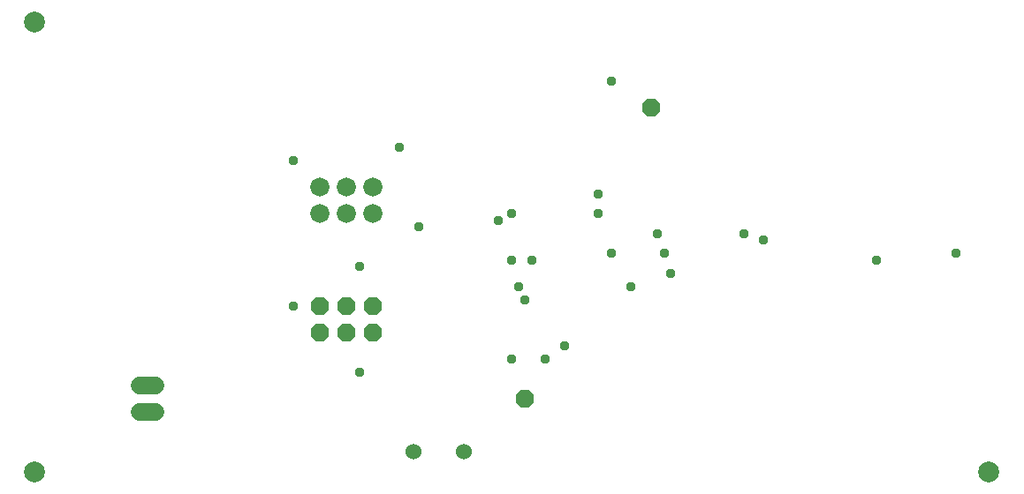
<source format=gbr>
G04 EAGLE Gerber RS-274X export*
G75*
%MOMM*%
%FSLAX34Y34*%
%LPD*%
%INSoldermask Bottom*%
%IPPOS*%
%AMOC8*
5,1,8,0,0,1.08239X$1,22.5*%
G01*
%ADD10C,1.828800*%
%ADD11P,1.869504X8X22.500000*%
%ADD12C,1.727200*%
%ADD13P,1.869504X8X292.500000*%
%ADD14C,1.524000*%
%ADD15C,2.000000*%
%ADD16C,0.959600*%


D10*
X330200Y279400D03*
X330200Y304800D03*
X304800Y304800D03*
X304800Y279400D03*
X355600Y279400D03*
X355600Y304800D03*
D11*
X304800Y190500D03*
X304800Y165100D03*
X330200Y190500D03*
X330200Y165100D03*
X355600Y190500D03*
X355600Y165100D03*
D12*
X147320Y88900D02*
X132080Y88900D01*
X132080Y114300D02*
X147320Y114300D01*
D11*
X622300Y381000D03*
D13*
X501650Y101600D03*
D14*
X394970Y50800D03*
X443230Y50800D03*
D15*
X31750Y463550D03*
X31750Y31750D03*
X946150Y31750D03*
D16*
X400050Y266700D03*
X381000Y342900D03*
X488950Y279400D03*
X571500Y279400D03*
X476250Y273050D03*
X571500Y298450D03*
X508000Y234950D03*
X641350Y222250D03*
X488950Y234950D03*
X603250Y209550D03*
X635000Y241300D03*
X730250Y254000D03*
X628650Y260350D03*
X711200Y260350D03*
X495300Y209550D03*
X838200Y234950D03*
X539750Y152400D03*
X279400Y190500D03*
X342900Y228600D03*
X501650Y196850D03*
X279400Y330200D03*
X342900Y127000D03*
X520700Y139700D03*
X488950Y139700D03*
X914400Y241300D03*
X584200Y406400D03*
X584200Y241300D03*
M02*

</source>
